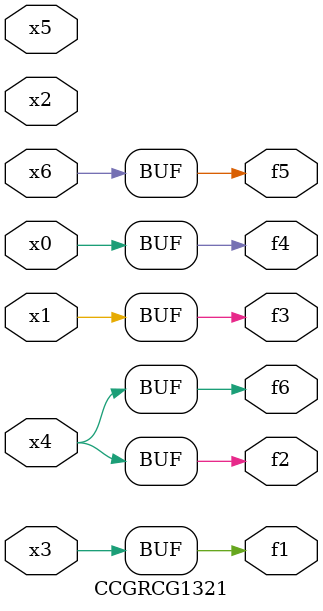
<source format=v>
module CCGRCG1321(
	input x0, x1, x2, x3, x4, x5, x6,
	output f1, f2, f3, f4, f5, f6
);
	assign f1 = x3;
	assign f2 = x4;
	assign f3 = x1;
	assign f4 = x0;
	assign f5 = x6;
	assign f6 = x4;
endmodule

</source>
